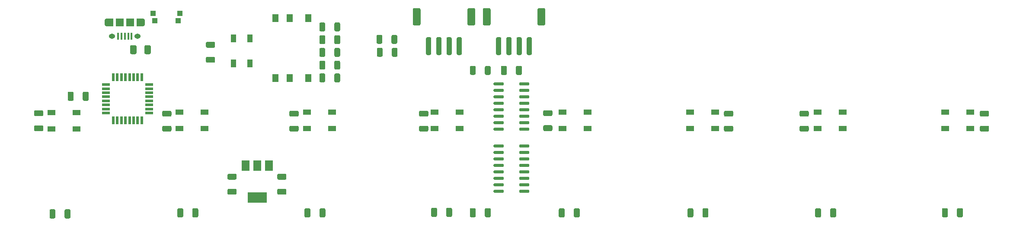
<source format=gbr>
%TF.GenerationSoftware,KiCad,Pcbnew,(5.1.9-0-10_14)*%
%TF.CreationDate,2021-11-27T16:04:38+01:00*%
%TF.ProjectId,SoundCore Knobs,536f756e-6443-46f7-9265-204b6e6f6273,rev?*%
%TF.SameCoordinates,Original*%
%TF.FileFunction,Paste,Top*%
%TF.FilePolarity,Positive*%
%FSLAX46Y46*%
G04 Gerber Fmt 4.6, Leading zero omitted, Abs format (unit mm)*
G04 Created by KiCad (PCBNEW (5.1.9-0-10_14)) date 2021-11-27 16:04:38*
%MOMM*%
%LPD*%
G01*
G04 APERTURE LIST*
%ADD10R,1.300000X1.600000*%
%ADD11R,1.000000X1.000000*%
%ADD12O,1.250000X0.950000*%
%ADD13R,1.200000X1.550000*%
%ADD14O,0.890000X1.550000*%
%ADD15R,1.500000X1.550000*%
%ADD16R,0.400000X1.350000*%
%ADD17R,1.500000X2.000000*%
%ADD18R,3.800000X2.000000*%
%ADD19R,1.500000X1.000000*%
%ADD20R,1.600000X0.550000*%
%ADD21R,0.550000X1.600000*%
%ADD22R,1.000000X1.500000*%
G04 APERTURE END LIST*
%TO.C,R4*%
G36*
G01*
X164680000Y-68453001D02*
X164680000Y-67202999D01*
G75*
G02*
X164929999Y-66953000I249999J0D01*
G01*
X165555001Y-66953000D01*
G75*
G02*
X165805000Y-67202999I0J-249999D01*
G01*
X165805000Y-68453001D01*
G75*
G02*
X165555001Y-68703000I-249999J0D01*
G01*
X164929999Y-68703000D01*
G75*
G02*
X164680000Y-68453001I0J249999D01*
G01*
G37*
G36*
G01*
X161755000Y-68453001D02*
X161755000Y-67202999D01*
G75*
G02*
X162004999Y-66953000I249999J0D01*
G01*
X162630001Y-66953000D01*
G75*
G02*
X162880000Y-67202999I0J-249999D01*
G01*
X162880000Y-68453001D01*
G75*
G02*
X162630001Y-68703000I-249999J0D01*
G01*
X162004999Y-68703000D01*
G75*
G02*
X161755000Y-68453001I0J249999D01*
G01*
G37*
%TD*%
%TO.C,U1*%
G36*
G01*
X171376000Y-70645000D02*
X171376000Y-70345000D01*
G75*
G02*
X171526000Y-70195000I150000J0D01*
G01*
X173226000Y-70195000D01*
G75*
G02*
X173376000Y-70345000I0J-150000D01*
G01*
X173376000Y-70645000D01*
G75*
G02*
X173226000Y-70795000I-150000J0D01*
G01*
X171526000Y-70795000D01*
G75*
G02*
X171376000Y-70645000I0J150000D01*
G01*
G37*
G36*
G01*
X171376000Y-71915000D02*
X171376000Y-71615000D01*
G75*
G02*
X171526000Y-71465000I150000J0D01*
G01*
X173226000Y-71465000D01*
G75*
G02*
X173376000Y-71615000I0J-150000D01*
G01*
X173376000Y-71915000D01*
G75*
G02*
X173226000Y-72065000I-150000J0D01*
G01*
X171526000Y-72065000D01*
G75*
G02*
X171376000Y-71915000I0J150000D01*
G01*
G37*
G36*
G01*
X171376000Y-73185000D02*
X171376000Y-72885000D01*
G75*
G02*
X171526000Y-72735000I150000J0D01*
G01*
X173226000Y-72735000D01*
G75*
G02*
X173376000Y-72885000I0J-150000D01*
G01*
X173376000Y-73185000D01*
G75*
G02*
X173226000Y-73335000I-150000J0D01*
G01*
X171526000Y-73335000D01*
G75*
G02*
X171376000Y-73185000I0J150000D01*
G01*
G37*
G36*
G01*
X171376000Y-74455000D02*
X171376000Y-74155000D01*
G75*
G02*
X171526000Y-74005000I150000J0D01*
G01*
X173226000Y-74005000D01*
G75*
G02*
X173376000Y-74155000I0J-150000D01*
G01*
X173376000Y-74455000D01*
G75*
G02*
X173226000Y-74605000I-150000J0D01*
G01*
X171526000Y-74605000D01*
G75*
G02*
X171376000Y-74455000I0J150000D01*
G01*
G37*
G36*
G01*
X171376000Y-75725000D02*
X171376000Y-75425000D01*
G75*
G02*
X171526000Y-75275000I150000J0D01*
G01*
X173226000Y-75275000D01*
G75*
G02*
X173376000Y-75425000I0J-150000D01*
G01*
X173376000Y-75725000D01*
G75*
G02*
X173226000Y-75875000I-150000J0D01*
G01*
X171526000Y-75875000D01*
G75*
G02*
X171376000Y-75725000I0J150000D01*
G01*
G37*
G36*
G01*
X171376000Y-76995000D02*
X171376000Y-76695000D01*
G75*
G02*
X171526000Y-76545000I150000J0D01*
G01*
X173226000Y-76545000D01*
G75*
G02*
X173376000Y-76695000I0J-150000D01*
G01*
X173376000Y-76995000D01*
G75*
G02*
X173226000Y-77145000I-150000J0D01*
G01*
X171526000Y-77145000D01*
G75*
G02*
X171376000Y-76995000I0J150000D01*
G01*
G37*
G36*
G01*
X171376000Y-78265000D02*
X171376000Y-77965000D01*
G75*
G02*
X171526000Y-77815000I150000J0D01*
G01*
X173226000Y-77815000D01*
G75*
G02*
X173376000Y-77965000I0J-150000D01*
G01*
X173376000Y-78265000D01*
G75*
G02*
X173226000Y-78415000I-150000J0D01*
G01*
X171526000Y-78415000D01*
G75*
G02*
X171376000Y-78265000I0J150000D01*
G01*
G37*
G36*
G01*
X171376000Y-79535000D02*
X171376000Y-79235000D01*
G75*
G02*
X171526000Y-79085000I150000J0D01*
G01*
X173226000Y-79085000D01*
G75*
G02*
X173376000Y-79235000I0J-150000D01*
G01*
X173376000Y-79535000D01*
G75*
G02*
X173226000Y-79685000I-150000J0D01*
G01*
X171526000Y-79685000D01*
G75*
G02*
X171376000Y-79535000I0J150000D01*
G01*
G37*
G36*
G01*
X166376000Y-79535000D02*
X166376000Y-79235000D01*
G75*
G02*
X166526000Y-79085000I150000J0D01*
G01*
X168226000Y-79085000D01*
G75*
G02*
X168376000Y-79235000I0J-150000D01*
G01*
X168376000Y-79535000D01*
G75*
G02*
X168226000Y-79685000I-150000J0D01*
G01*
X166526000Y-79685000D01*
G75*
G02*
X166376000Y-79535000I0J150000D01*
G01*
G37*
G36*
G01*
X166376000Y-78265000D02*
X166376000Y-77965000D01*
G75*
G02*
X166526000Y-77815000I150000J0D01*
G01*
X168226000Y-77815000D01*
G75*
G02*
X168376000Y-77965000I0J-150000D01*
G01*
X168376000Y-78265000D01*
G75*
G02*
X168226000Y-78415000I-150000J0D01*
G01*
X166526000Y-78415000D01*
G75*
G02*
X166376000Y-78265000I0J150000D01*
G01*
G37*
G36*
G01*
X166376000Y-76995000D02*
X166376000Y-76695000D01*
G75*
G02*
X166526000Y-76545000I150000J0D01*
G01*
X168226000Y-76545000D01*
G75*
G02*
X168376000Y-76695000I0J-150000D01*
G01*
X168376000Y-76995000D01*
G75*
G02*
X168226000Y-77145000I-150000J0D01*
G01*
X166526000Y-77145000D01*
G75*
G02*
X166376000Y-76995000I0J150000D01*
G01*
G37*
G36*
G01*
X166376000Y-75725000D02*
X166376000Y-75425000D01*
G75*
G02*
X166526000Y-75275000I150000J0D01*
G01*
X168226000Y-75275000D01*
G75*
G02*
X168376000Y-75425000I0J-150000D01*
G01*
X168376000Y-75725000D01*
G75*
G02*
X168226000Y-75875000I-150000J0D01*
G01*
X166526000Y-75875000D01*
G75*
G02*
X166376000Y-75725000I0J150000D01*
G01*
G37*
G36*
G01*
X166376000Y-74455000D02*
X166376000Y-74155000D01*
G75*
G02*
X166526000Y-74005000I150000J0D01*
G01*
X168226000Y-74005000D01*
G75*
G02*
X168376000Y-74155000I0J-150000D01*
G01*
X168376000Y-74455000D01*
G75*
G02*
X168226000Y-74605000I-150000J0D01*
G01*
X166526000Y-74605000D01*
G75*
G02*
X166376000Y-74455000I0J150000D01*
G01*
G37*
G36*
G01*
X166376000Y-73185000D02*
X166376000Y-72885000D01*
G75*
G02*
X166526000Y-72735000I150000J0D01*
G01*
X168226000Y-72735000D01*
G75*
G02*
X168376000Y-72885000I0J-150000D01*
G01*
X168376000Y-73185000D01*
G75*
G02*
X168226000Y-73335000I-150000J0D01*
G01*
X166526000Y-73335000D01*
G75*
G02*
X166376000Y-73185000I0J150000D01*
G01*
G37*
G36*
G01*
X166376000Y-71915000D02*
X166376000Y-71615000D01*
G75*
G02*
X166526000Y-71465000I150000J0D01*
G01*
X168226000Y-71465000D01*
G75*
G02*
X168376000Y-71615000I0J-150000D01*
G01*
X168376000Y-71915000D01*
G75*
G02*
X168226000Y-72065000I-150000J0D01*
G01*
X166526000Y-72065000D01*
G75*
G02*
X166376000Y-71915000I0J150000D01*
G01*
G37*
G36*
G01*
X166376000Y-70645000D02*
X166376000Y-70345000D01*
G75*
G02*
X166526000Y-70195000I150000J0D01*
G01*
X168226000Y-70195000D01*
G75*
G02*
X168376000Y-70345000I0J-150000D01*
G01*
X168376000Y-70645000D01*
G75*
G02*
X168226000Y-70795000I-150000J0D01*
G01*
X166526000Y-70795000D01*
G75*
G02*
X166376000Y-70645000I0J150000D01*
G01*
G37*
%TD*%
%TO.C,C2*%
G36*
G01*
X168976000Y-67177999D02*
X168976000Y-68478001D01*
G75*
G02*
X168726001Y-68728000I-249999J0D01*
G01*
X168075999Y-68728000D01*
G75*
G02*
X167826000Y-68478001I0J249999D01*
G01*
X167826000Y-67177999D01*
G75*
G02*
X168075999Y-66928000I249999J0D01*
G01*
X168726001Y-66928000D01*
G75*
G02*
X168976000Y-67177999I0J-249999D01*
G01*
G37*
G36*
G01*
X171926000Y-67177999D02*
X171926000Y-68478001D01*
G75*
G02*
X171676001Y-68728000I-249999J0D01*
G01*
X171025999Y-68728000D01*
G75*
G02*
X170776000Y-68478001I0J249999D01*
G01*
X170776000Y-67177999D01*
G75*
G02*
X171025999Y-66928000I249999J0D01*
G01*
X171676001Y-66928000D01*
G75*
G02*
X171926000Y-67177999I0J-249999D01*
G01*
G37*
%TD*%
%TO.C,C1*%
G36*
G01*
X111598001Y-63372000D02*
X110297999Y-63372000D01*
G75*
G02*
X110048000Y-63122001I0J249999D01*
G01*
X110048000Y-62471999D01*
G75*
G02*
X110297999Y-62222000I249999J0D01*
G01*
X111598001Y-62222000D01*
G75*
G02*
X111848000Y-62471999I0J-249999D01*
G01*
X111848000Y-63122001D01*
G75*
G02*
X111598001Y-63372000I-249999J0D01*
G01*
G37*
G36*
G01*
X111598001Y-66322000D02*
X110297999Y-66322000D01*
G75*
G02*
X110048000Y-66072001I0J249999D01*
G01*
X110048000Y-65421999D01*
G75*
G02*
X110297999Y-65172000I249999J0D01*
G01*
X111598001Y-65172000D01*
G75*
G02*
X111848000Y-65421999I0J-249999D01*
G01*
X111848000Y-66072001D01*
G75*
G02*
X111598001Y-66322000I-249999J0D01*
G01*
G37*
%TD*%
%TO.C,J4*%
G36*
G01*
X165784000Y-55858000D02*
X165784000Y-58758000D01*
G75*
G02*
X165534000Y-59008000I-250000J0D01*
G01*
X164534000Y-59008000D01*
G75*
G02*
X164284000Y-58758000I0J250000D01*
G01*
X164284000Y-55858000D01*
G75*
G02*
X164534000Y-55608000I250000J0D01*
G01*
X165534000Y-55608000D01*
G75*
G02*
X165784000Y-55858000I0J-250000D01*
G01*
G37*
G36*
G01*
X176484000Y-55858000D02*
X176484000Y-58758000D01*
G75*
G02*
X176234000Y-59008000I-250000J0D01*
G01*
X175234000Y-59008000D01*
G75*
G02*
X174984000Y-58758000I0J250000D01*
G01*
X174984000Y-55858000D01*
G75*
G02*
X175234000Y-55608000I250000J0D01*
G01*
X176234000Y-55608000D01*
G75*
G02*
X176484000Y-55858000I0J-250000D01*
G01*
G37*
G36*
G01*
X167884000Y-61558000D02*
X167884000Y-64558000D01*
G75*
G02*
X167634000Y-64808000I-250000J0D01*
G01*
X167134000Y-64808000D01*
G75*
G02*
X166884000Y-64558000I0J250000D01*
G01*
X166884000Y-61558000D01*
G75*
G02*
X167134000Y-61308000I250000J0D01*
G01*
X167634000Y-61308000D01*
G75*
G02*
X167884000Y-61558000I0J-250000D01*
G01*
G37*
G36*
G01*
X169884000Y-61558000D02*
X169884000Y-64558000D01*
G75*
G02*
X169634000Y-64808000I-250000J0D01*
G01*
X169134000Y-64808000D01*
G75*
G02*
X168884000Y-64558000I0J250000D01*
G01*
X168884000Y-61558000D01*
G75*
G02*
X169134000Y-61308000I250000J0D01*
G01*
X169634000Y-61308000D01*
G75*
G02*
X169884000Y-61558000I0J-250000D01*
G01*
G37*
G36*
G01*
X171884000Y-61558000D02*
X171884000Y-64558000D01*
G75*
G02*
X171634000Y-64808000I-250000J0D01*
G01*
X171134000Y-64808000D01*
G75*
G02*
X170884000Y-64558000I0J250000D01*
G01*
X170884000Y-61558000D01*
G75*
G02*
X171134000Y-61308000I250000J0D01*
G01*
X171634000Y-61308000D01*
G75*
G02*
X171884000Y-61558000I0J-250000D01*
G01*
G37*
G36*
G01*
X173884000Y-61558000D02*
X173884000Y-64558000D01*
G75*
G02*
X173634000Y-64808000I-250000J0D01*
G01*
X173134000Y-64808000D01*
G75*
G02*
X172884000Y-64558000I0J250000D01*
G01*
X172884000Y-61558000D01*
G75*
G02*
X173134000Y-61308000I250000J0D01*
G01*
X173634000Y-61308000D01*
G75*
G02*
X173884000Y-61558000I0J-250000D01*
G01*
G37*
%TD*%
D10*
%TO.C,U10*%
X130124000Y-57536000D03*
X126424000Y-57536000D03*
X123624000Y-57536000D03*
X130124000Y-69336000D03*
X126424000Y-69336000D03*
X123624000Y-69336000D03*
%TD*%
%TO.C,R12*%
G36*
G01*
X135200000Y-59925001D02*
X135200000Y-58674999D01*
G75*
G02*
X135449999Y-58425000I249999J0D01*
G01*
X136075001Y-58425000D01*
G75*
G02*
X136325000Y-58674999I0J-249999D01*
G01*
X136325000Y-59925001D01*
G75*
G02*
X136075001Y-60175000I-249999J0D01*
G01*
X135449999Y-60175000D01*
G75*
G02*
X135200000Y-59925001I0J249999D01*
G01*
G37*
G36*
G01*
X132275000Y-59925001D02*
X132275000Y-58674999D01*
G75*
G02*
X132524999Y-58425000I249999J0D01*
G01*
X133150001Y-58425000D01*
G75*
G02*
X133400000Y-58674999I0J-249999D01*
G01*
X133400000Y-59925001D01*
G75*
G02*
X133150001Y-60175000I-249999J0D01*
G01*
X132524999Y-60175000D01*
G75*
G02*
X132275000Y-59925001I0J249999D01*
G01*
G37*
%TD*%
%TO.C,R11*%
G36*
G01*
X133400000Y-61174999D02*
X133400000Y-62425001D01*
G75*
G02*
X133150001Y-62675000I-249999J0D01*
G01*
X132524999Y-62675000D01*
G75*
G02*
X132275000Y-62425001I0J249999D01*
G01*
X132275000Y-61174999D01*
G75*
G02*
X132524999Y-60925000I249999J0D01*
G01*
X133150001Y-60925000D01*
G75*
G02*
X133400000Y-61174999I0J-249999D01*
G01*
G37*
G36*
G01*
X136325000Y-61174999D02*
X136325000Y-62425001D01*
G75*
G02*
X136075001Y-62675000I-249999J0D01*
G01*
X135449999Y-62675000D01*
G75*
G02*
X135200000Y-62425001I0J249999D01*
G01*
X135200000Y-61174999D01*
G75*
G02*
X135449999Y-60925000I249999J0D01*
G01*
X136075001Y-60925000D01*
G75*
G02*
X136325000Y-61174999I0J-249999D01*
G01*
G37*
%TD*%
%TO.C,R10*%
G36*
G01*
X133400000Y-63674999D02*
X133400000Y-64925001D01*
G75*
G02*
X133150001Y-65175000I-249999J0D01*
G01*
X132524999Y-65175000D01*
G75*
G02*
X132275000Y-64925001I0J249999D01*
G01*
X132275000Y-63674999D01*
G75*
G02*
X132524999Y-63425000I249999J0D01*
G01*
X133150001Y-63425000D01*
G75*
G02*
X133400000Y-63674999I0J-249999D01*
G01*
G37*
G36*
G01*
X136325000Y-63674999D02*
X136325000Y-64925001D01*
G75*
G02*
X136075001Y-65175000I-249999J0D01*
G01*
X135449999Y-65175000D01*
G75*
G02*
X135200000Y-64925001I0J249999D01*
G01*
X135200000Y-63674999D01*
G75*
G02*
X135449999Y-63425000I249999J0D01*
G01*
X136075001Y-63425000D01*
G75*
G02*
X136325000Y-63674999I0J-249999D01*
G01*
G37*
%TD*%
%TO.C,R9*%
G36*
G01*
X133400000Y-66174999D02*
X133400000Y-67425001D01*
G75*
G02*
X133150001Y-67675000I-249999J0D01*
G01*
X132524999Y-67675000D01*
G75*
G02*
X132275000Y-67425001I0J249999D01*
G01*
X132275000Y-66174999D01*
G75*
G02*
X132524999Y-65925000I249999J0D01*
G01*
X133150001Y-65925000D01*
G75*
G02*
X133400000Y-66174999I0J-249999D01*
G01*
G37*
G36*
G01*
X136325000Y-66174999D02*
X136325000Y-67425001D01*
G75*
G02*
X136075001Y-67675000I-249999J0D01*
G01*
X135449999Y-67675000D01*
G75*
G02*
X135200000Y-67425001I0J249999D01*
G01*
X135200000Y-66174999D01*
G75*
G02*
X135449999Y-65925000I249999J0D01*
G01*
X136075001Y-65925000D01*
G75*
G02*
X136325000Y-66174999I0J-249999D01*
G01*
G37*
%TD*%
%TO.C,R8*%
G36*
G01*
X133400000Y-68674999D02*
X133400000Y-69925001D01*
G75*
G02*
X133150001Y-70175000I-249999J0D01*
G01*
X132524999Y-70175000D01*
G75*
G02*
X132275000Y-69925001I0J249999D01*
G01*
X132275000Y-68674999D01*
G75*
G02*
X132524999Y-68425000I249999J0D01*
G01*
X133150001Y-68425000D01*
G75*
G02*
X133400000Y-68674999I0J-249999D01*
G01*
G37*
G36*
G01*
X136325000Y-68674999D02*
X136325000Y-69925001D01*
G75*
G02*
X136075001Y-70175000I-249999J0D01*
G01*
X135449999Y-70175000D01*
G75*
G02*
X135200000Y-69925001I0J249999D01*
G01*
X135200000Y-68674999D01*
G75*
G02*
X135449999Y-68425000I249999J0D01*
G01*
X136075001Y-68425000D01*
G75*
G02*
X136325000Y-68674999I0J-249999D01*
G01*
G37*
%TD*%
D11*
%TO.C,SW1*%
X99712000Y-56668000D03*
X100012000Y-58068000D03*
X104912000Y-56668000D03*
X104612000Y-58068000D03*
%TD*%
%TO.C,J7*%
G36*
G01*
X152068000Y-55858000D02*
X152068000Y-58758000D01*
G75*
G02*
X151818000Y-59008000I-250000J0D01*
G01*
X150818000Y-59008000D01*
G75*
G02*
X150568000Y-58758000I0J250000D01*
G01*
X150568000Y-55858000D01*
G75*
G02*
X150818000Y-55608000I250000J0D01*
G01*
X151818000Y-55608000D01*
G75*
G02*
X152068000Y-55858000I0J-250000D01*
G01*
G37*
G36*
G01*
X162768000Y-55858000D02*
X162768000Y-58758000D01*
G75*
G02*
X162518000Y-59008000I-250000J0D01*
G01*
X161518000Y-59008000D01*
G75*
G02*
X161268000Y-58758000I0J250000D01*
G01*
X161268000Y-55858000D01*
G75*
G02*
X161518000Y-55608000I250000J0D01*
G01*
X162518000Y-55608000D01*
G75*
G02*
X162768000Y-55858000I0J-250000D01*
G01*
G37*
G36*
G01*
X154168000Y-61558000D02*
X154168000Y-64558000D01*
G75*
G02*
X153918000Y-64808000I-250000J0D01*
G01*
X153418000Y-64808000D01*
G75*
G02*
X153168000Y-64558000I0J250000D01*
G01*
X153168000Y-61558000D01*
G75*
G02*
X153418000Y-61308000I250000J0D01*
G01*
X153918000Y-61308000D01*
G75*
G02*
X154168000Y-61558000I0J-250000D01*
G01*
G37*
G36*
G01*
X156168000Y-61558000D02*
X156168000Y-64558000D01*
G75*
G02*
X155918000Y-64808000I-250000J0D01*
G01*
X155418000Y-64808000D01*
G75*
G02*
X155168000Y-64558000I0J250000D01*
G01*
X155168000Y-61558000D01*
G75*
G02*
X155418000Y-61308000I250000J0D01*
G01*
X155918000Y-61308000D01*
G75*
G02*
X156168000Y-61558000I0J-250000D01*
G01*
G37*
G36*
G01*
X158168000Y-61558000D02*
X158168000Y-64558000D01*
G75*
G02*
X157918000Y-64808000I-250000J0D01*
G01*
X157418000Y-64808000D01*
G75*
G02*
X157168000Y-64558000I0J250000D01*
G01*
X157168000Y-61558000D01*
G75*
G02*
X157418000Y-61308000I250000J0D01*
G01*
X157918000Y-61308000D01*
G75*
G02*
X158168000Y-61558000I0J-250000D01*
G01*
G37*
G36*
G01*
X160168000Y-61558000D02*
X160168000Y-64558000D01*
G75*
G02*
X159918000Y-64808000I-250000J0D01*
G01*
X159418000Y-64808000D01*
G75*
G02*
X159168000Y-64558000I0J250000D01*
G01*
X159168000Y-61558000D01*
G75*
G02*
X159418000Y-61308000I250000J0D01*
G01*
X159918000Y-61308000D01*
G75*
G02*
X160168000Y-61558000I0J-250000D01*
G01*
G37*
%TD*%
D12*
%TO.C,J3*%
X91684000Y-61100000D03*
X96684000Y-61100000D03*
D13*
X91284000Y-58400000D03*
X97084000Y-58400000D03*
D14*
X90684000Y-58400000D03*
D15*
X93184000Y-58400000D03*
X95184000Y-58400000D03*
D14*
X97684000Y-58400000D03*
D16*
X92884000Y-61100000D03*
X93534000Y-61100000D03*
X94184000Y-61100000D03*
X94834000Y-61100000D03*
X95484000Y-61100000D03*
%TD*%
%TO.C,R6*%
G36*
G01*
X144654000Y-63646999D02*
X144654000Y-64897001D01*
G75*
G02*
X144404001Y-65147000I-249999J0D01*
G01*
X143778999Y-65147000D01*
G75*
G02*
X143529000Y-64897001I0J249999D01*
G01*
X143529000Y-63646999D01*
G75*
G02*
X143778999Y-63397000I249999J0D01*
G01*
X144404001Y-63397000D01*
G75*
G02*
X144654000Y-63646999I0J-249999D01*
G01*
G37*
G36*
G01*
X147579000Y-63646999D02*
X147579000Y-64897001D01*
G75*
G02*
X147329001Y-65147000I-249999J0D01*
G01*
X146703999Y-65147000D01*
G75*
G02*
X146454000Y-64897001I0J249999D01*
G01*
X146454000Y-63646999D01*
G75*
G02*
X146703999Y-63397000I249999J0D01*
G01*
X147329001Y-63397000D01*
G75*
G02*
X147579000Y-63646999I0J-249999D01*
G01*
G37*
%TD*%
%TO.C,R5*%
G36*
G01*
X144592000Y-61106999D02*
X144592000Y-62357001D01*
G75*
G02*
X144342001Y-62607000I-249999J0D01*
G01*
X143716999Y-62607000D01*
G75*
G02*
X143467000Y-62357001I0J249999D01*
G01*
X143467000Y-61106999D01*
G75*
G02*
X143716999Y-60857000I249999J0D01*
G01*
X144342001Y-60857000D01*
G75*
G02*
X144592000Y-61106999I0J-249999D01*
G01*
G37*
G36*
G01*
X147517000Y-61106999D02*
X147517000Y-62357001D01*
G75*
G02*
X147267001Y-62607000I-249999J0D01*
G01*
X146641999Y-62607000D01*
G75*
G02*
X146392000Y-62357001I0J249999D01*
G01*
X146392000Y-61106999D01*
G75*
G02*
X146641999Y-60857000I249999J0D01*
G01*
X147267001Y-60857000D01*
G75*
G02*
X147517000Y-61106999I0J-249999D01*
G01*
G37*
%TD*%
D17*
%TO.C,U3*%
X122392000Y-86522000D03*
X117792000Y-86522000D03*
X120092000Y-86522000D03*
D18*
X120092000Y-92822000D03*
%TD*%
%TO.C,C23*%
G36*
G01*
X261849999Y-78700000D02*
X263150001Y-78700000D01*
G75*
G02*
X263400000Y-78949999I0J-249999D01*
G01*
X263400000Y-79600001D01*
G75*
G02*
X263150001Y-79850000I-249999J0D01*
G01*
X261849999Y-79850000D01*
G75*
G02*
X261600000Y-79600001I0J249999D01*
G01*
X261600000Y-78949999D01*
G75*
G02*
X261849999Y-78700000I249999J0D01*
G01*
G37*
G36*
G01*
X261849999Y-75750000D02*
X263150001Y-75750000D01*
G75*
G02*
X263400000Y-75999999I0J-249999D01*
G01*
X263400000Y-76650001D01*
G75*
G02*
X263150001Y-76900000I-249999J0D01*
G01*
X261849999Y-76900000D01*
G75*
G02*
X261600000Y-76650001I0J249999D01*
G01*
X261600000Y-75999999D01*
G75*
G02*
X261849999Y-75750000I249999J0D01*
G01*
G37*
%TD*%
%TO.C,C22*%
G36*
G01*
X226549999Y-78700000D02*
X227850001Y-78700000D01*
G75*
G02*
X228100000Y-78949999I0J-249999D01*
G01*
X228100000Y-79600001D01*
G75*
G02*
X227850001Y-79850000I-249999J0D01*
G01*
X226549999Y-79850000D01*
G75*
G02*
X226300000Y-79600001I0J249999D01*
G01*
X226300000Y-78949999D01*
G75*
G02*
X226549999Y-78700000I249999J0D01*
G01*
G37*
G36*
G01*
X226549999Y-75750000D02*
X227850001Y-75750000D01*
G75*
G02*
X228100000Y-75999999I0J-249999D01*
G01*
X228100000Y-76650001D01*
G75*
G02*
X227850001Y-76900000I-249999J0D01*
G01*
X226549999Y-76900000D01*
G75*
G02*
X226300000Y-76650001I0J249999D01*
G01*
X226300000Y-75999999D01*
G75*
G02*
X226549999Y-75750000I249999J0D01*
G01*
G37*
%TD*%
%TO.C,C21*%
G36*
G01*
X211749999Y-78700000D02*
X213050001Y-78700000D01*
G75*
G02*
X213300000Y-78949999I0J-249999D01*
G01*
X213300000Y-79600001D01*
G75*
G02*
X213050001Y-79850000I-249999J0D01*
G01*
X211749999Y-79850000D01*
G75*
G02*
X211500000Y-79600001I0J249999D01*
G01*
X211500000Y-78949999D01*
G75*
G02*
X211749999Y-78700000I249999J0D01*
G01*
G37*
G36*
G01*
X211749999Y-75750000D02*
X213050001Y-75750000D01*
G75*
G02*
X213300000Y-75999999I0J-249999D01*
G01*
X213300000Y-76650001D01*
G75*
G02*
X213050001Y-76900000I-249999J0D01*
G01*
X211749999Y-76900000D01*
G75*
G02*
X211500000Y-76650001I0J249999D01*
G01*
X211500000Y-75999999D01*
G75*
G02*
X211749999Y-75750000I249999J0D01*
G01*
G37*
%TD*%
%TO.C,C20*%
G36*
G01*
X176349999Y-78600000D02*
X177650001Y-78600000D01*
G75*
G02*
X177900000Y-78849999I0J-249999D01*
G01*
X177900000Y-79500001D01*
G75*
G02*
X177650001Y-79750000I-249999J0D01*
G01*
X176349999Y-79750000D01*
G75*
G02*
X176100000Y-79500001I0J249999D01*
G01*
X176100000Y-78849999D01*
G75*
G02*
X176349999Y-78600000I249999J0D01*
G01*
G37*
G36*
G01*
X176349999Y-75650000D02*
X177650001Y-75650000D01*
G75*
G02*
X177900000Y-75899999I0J-249999D01*
G01*
X177900000Y-76550001D01*
G75*
G02*
X177650001Y-76800000I-249999J0D01*
G01*
X176349999Y-76800000D01*
G75*
G02*
X176100000Y-76550001I0J249999D01*
G01*
X176100000Y-75899999D01*
G75*
G02*
X176349999Y-75650000I249999J0D01*
G01*
G37*
%TD*%
%TO.C,C19*%
G36*
G01*
X152049999Y-78700000D02*
X153350001Y-78700000D01*
G75*
G02*
X153600000Y-78949999I0J-249999D01*
G01*
X153600000Y-79600001D01*
G75*
G02*
X153350001Y-79850000I-249999J0D01*
G01*
X152049999Y-79850000D01*
G75*
G02*
X151800000Y-79600001I0J249999D01*
G01*
X151800000Y-78949999D01*
G75*
G02*
X152049999Y-78700000I249999J0D01*
G01*
G37*
G36*
G01*
X152049999Y-75750000D02*
X153350001Y-75750000D01*
G75*
G02*
X153600000Y-75999999I0J-249999D01*
G01*
X153600000Y-76650001D01*
G75*
G02*
X153350001Y-76900000I-249999J0D01*
G01*
X152049999Y-76900000D01*
G75*
G02*
X151800000Y-76650001I0J249999D01*
G01*
X151800000Y-75999999D01*
G75*
G02*
X152049999Y-75750000I249999J0D01*
G01*
G37*
%TD*%
%TO.C,C18*%
G36*
G01*
X126649999Y-78700000D02*
X127950001Y-78700000D01*
G75*
G02*
X128200000Y-78949999I0J-249999D01*
G01*
X128200000Y-79600001D01*
G75*
G02*
X127950001Y-79850000I-249999J0D01*
G01*
X126649999Y-79850000D01*
G75*
G02*
X126400000Y-79600001I0J249999D01*
G01*
X126400000Y-78949999D01*
G75*
G02*
X126649999Y-78700000I249999J0D01*
G01*
G37*
G36*
G01*
X126649999Y-75750000D02*
X127950001Y-75750000D01*
G75*
G02*
X128200000Y-75999999I0J-249999D01*
G01*
X128200000Y-76650001D01*
G75*
G02*
X127950001Y-76900000I-249999J0D01*
G01*
X126649999Y-76900000D01*
G75*
G02*
X126400000Y-76650001I0J249999D01*
G01*
X126400000Y-75999999D01*
G75*
G02*
X126649999Y-75750000I249999J0D01*
G01*
G37*
%TD*%
%TO.C,C17*%
G36*
G01*
X101749999Y-78700000D02*
X103050001Y-78700000D01*
G75*
G02*
X103300000Y-78949999I0J-249999D01*
G01*
X103300000Y-79600001D01*
G75*
G02*
X103050001Y-79850000I-249999J0D01*
G01*
X101749999Y-79850000D01*
G75*
G02*
X101500000Y-79600001I0J249999D01*
G01*
X101500000Y-78949999D01*
G75*
G02*
X101749999Y-78700000I249999J0D01*
G01*
G37*
G36*
G01*
X101749999Y-75750000D02*
X103050001Y-75750000D01*
G75*
G02*
X103300000Y-75999999I0J-249999D01*
G01*
X103300000Y-76650001D01*
G75*
G02*
X103050001Y-76900000I-249999J0D01*
G01*
X101749999Y-76900000D01*
G75*
G02*
X101500000Y-76650001I0J249999D01*
G01*
X101500000Y-75999999D01*
G75*
G02*
X101749999Y-75750000I249999J0D01*
G01*
G37*
%TD*%
%TO.C,C16*%
G36*
G01*
X76649999Y-78625000D02*
X77950001Y-78625000D01*
G75*
G02*
X78200000Y-78874999I0J-249999D01*
G01*
X78200000Y-79525001D01*
G75*
G02*
X77950001Y-79775000I-249999J0D01*
G01*
X76649999Y-79775000D01*
G75*
G02*
X76400000Y-79525001I0J249999D01*
G01*
X76400000Y-78874999D01*
G75*
G02*
X76649999Y-78625000I249999J0D01*
G01*
G37*
G36*
G01*
X76649999Y-75675000D02*
X77950001Y-75675000D01*
G75*
G02*
X78200000Y-75924999I0J-249999D01*
G01*
X78200000Y-76575001D01*
G75*
G02*
X77950001Y-76825000I-249999J0D01*
G01*
X76649999Y-76825000D01*
G75*
G02*
X76400000Y-76575001I0J249999D01*
G01*
X76400000Y-75924999D01*
G75*
G02*
X76649999Y-75675000I249999J0D01*
G01*
G37*
%TD*%
%TO.C,C15*%
G36*
G01*
X257136000Y-96418001D02*
X257136000Y-95117999D01*
G75*
G02*
X257385999Y-94868000I249999J0D01*
G01*
X258036001Y-94868000D01*
G75*
G02*
X258286000Y-95117999I0J-249999D01*
G01*
X258286000Y-96418001D01*
G75*
G02*
X258036001Y-96668000I-249999J0D01*
G01*
X257385999Y-96668000D01*
G75*
G02*
X257136000Y-96418001I0J249999D01*
G01*
G37*
G36*
G01*
X254186000Y-96418001D02*
X254186000Y-95117999D01*
G75*
G02*
X254435999Y-94868000I249999J0D01*
G01*
X255086001Y-94868000D01*
G75*
G02*
X255336000Y-95117999I0J-249999D01*
G01*
X255336000Y-96418001D01*
G75*
G02*
X255086001Y-96668000I-249999J0D01*
G01*
X254435999Y-96668000D01*
G75*
G02*
X254186000Y-96418001I0J249999D01*
G01*
G37*
%TD*%
%TO.C,C14*%
G36*
G01*
X232300000Y-96450001D02*
X232300000Y-95149999D01*
G75*
G02*
X232549999Y-94900000I249999J0D01*
G01*
X233200001Y-94900000D01*
G75*
G02*
X233450000Y-95149999I0J-249999D01*
G01*
X233450000Y-96450001D01*
G75*
G02*
X233200001Y-96700000I-249999J0D01*
G01*
X232549999Y-96700000D01*
G75*
G02*
X232300000Y-96450001I0J249999D01*
G01*
G37*
G36*
G01*
X229350000Y-96450001D02*
X229350000Y-95149999D01*
G75*
G02*
X229599999Y-94900000I249999J0D01*
G01*
X230250001Y-94900000D01*
G75*
G02*
X230500000Y-95149999I0J-249999D01*
G01*
X230500000Y-96450001D01*
G75*
G02*
X230250001Y-96700000I-249999J0D01*
G01*
X229599999Y-96700000D01*
G75*
G02*
X229350000Y-96450001I0J249999D01*
G01*
G37*
%TD*%
%TO.C,C13*%
G36*
G01*
X207300000Y-96450001D02*
X207300000Y-95149999D01*
G75*
G02*
X207549999Y-94900000I249999J0D01*
G01*
X208200001Y-94900000D01*
G75*
G02*
X208450000Y-95149999I0J-249999D01*
G01*
X208450000Y-96450001D01*
G75*
G02*
X208200001Y-96700000I-249999J0D01*
G01*
X207549999Y-96700000D01*
G75*
G02*
X207300000Y-96450001I0J249999D01*
G01*
G37*
G36*
G01*
X204350000Y-96450001D02*
X204350000Y-95149999D01*
G75*
G02*
X204599999Y-94900000I249999J0D01*
G01*
X205250001Y-94900000D01*
G75*
G02*
X205500000Y-95149999I0J-249999D01*
G01*
X205500000Y-96450001D01*
G75*
G02*
X205250001Y-96700000I-249999J0D01*
G01*
X204599999Y-96700000D01*
G75*
G02*
X204350000Y-96450001I0J249999D01*
G01*
G37*
%TD*%
%TO.C,C12*%
G36*
G01*
X182100000Y-96450001D02*
X182100000Y-95149999D01*
G75*
G02*
X182349999Y-94900000I249999J0D01*
G01*
X183000001Y-94900000D01*
G75*
G02*
X183250000Y-95149999I0J-249999D01*
G01*
X183250000Y-96450001D01*
G75*
G02*
X183000001Y-96700000I-249999J0D01*
G01*
X182349999Y-96700000D01*
G75*
G02*
X182100000Y-96450001I0J249999D01*
G01*
G37*
G36*
G01*
X179150000Y-96450001D02*
X179150000Y-95149999D01*
G75*
G02*
X179399999Y-94900000I249999J0D01*
G01*
X180050001Y-94900000D01*
G75*
G02*
X180300000Y-95149999I0J-249999D01*
G01*
X180300000Y-96450001D01*
G75*
G02*
X180050001Y-96700000I-249999J0D01*
G01*
X179399999Y-96700000D01*
G75*
G02*
X179150000Y-96450001I0J249999D01*
G01*
G37*
%TD*%
%TO.C,C11*%
G36*
G01*
X157100000Y-96350001D02*
X157100000Y-95049999D01*
G75*
G02*
X157349999Y-94800000I249999J0D01*
G01*
X158000001Y-94800000D01*
G75*
G02*
X158250000Y-95049999I0J-249999D01*
G01*
X158250000Y-96350001D01*
G75*
G02*
X158000001Y-96600000I-249999J0D01*
G01*
X157349999Y-96600000D01*
G75*
G02*
X157100000Y-96350001I0J249999D01*
G01*
G37*
G36*
G01*
X154150000Y-96350001D02*
X154150000Y-95049999D01*
G75*
G02*
X154399999Y-94800000I249999J0D01*
G01*
X155050001Y-94800000D01*
G75*
G02*
X155300000Y-95049999I0J-249999D01*
G01*
X155300000Y-96350001D01*
G75*
G02*
X155050001Y-96600000I-249999J0D01*
G01*
X154399999Y-96600000D01*
G75*
G02*
X154150000Y-96350001I0J249999D01*
G01*
G37*
%TD*%
%TO.C,C10*%
G36*
G01*
X132300000Y-96450001D02*
X132300000Y-95149999D01*
G75*
G02*
X132549999Y-94900000I249999J0D01*
G01*
X133200001Y-94900000D01*
G75*
G02*
X133450000Y-95149999I0J-249999D01*
G01*
X133450000Y-96450001D01*
G75*
G02*
X133200001Y-96700000I-249999J0D01*
G01*
X132549999Y-96700000D01*
G75*
G02*
X132300000Y-96450001I0J249999D01*
G01*
G37*
G36*
G01*
X129350000Y-96450001D02*
X129350000Y-95149999D01*
G75*
G02*
X129599999Y-94900000I249999J0D01*
G01*
X130250001Y-94900000D01*
G75*
G02*
X130500000Y-95149999I0J-249999D01*
G01*
X130500000Y-96450001D01*
G75*
G02*
X130250001Y-96700000I-249999J0D01*
G01*
X129599999Y-96700000D01*
G75*
G02*
X129350000Y-96450001I0J249999D01*
G01*
G37*
%TD*%
%TO.C,C9*%
G36*
G01*
X107400000Y-96450001D02*
X107400000Y-95149999D01*
G75*
G02*
X107649999Y-94900000I249999J0D01*
G01*
X108300001Y-94900000D01*
G75*
G02*
X108550000Y-95149999I0J-249999D01*
G01*
X108550000Y-96450001D01*
G75*
G02*
X108300001Y-96700000I-249999J0D01*
G01*
X107649999Y-96700000D01*
G75*
G02*
X107400000Y-96450001I0J249999D01*
G01*
G37*
G36*
G01*
X104450000Y-96450001D02*
X104450000Y-95149999D01*
G75*
G02*
X104699999Y-94900000I249999J0D01*
G01*
X105350001Y-94900000D01*
G75*
G02*
X105600000Y-95149999I0J-249999D01*
G01*
X105600000Y-96450001D01*
G75*
G02*
X105350001Y-96700000I-249999J0D01*
G01*
X104699999Y-96700000D01*
G75*
G02*
X104450000Y-96450001I0J249999D01*
G01*
G37*
%TD*%
%TO.C,C8*%
G36*
G01*
X82384000Y-96650001D02*
X82384000Y-95349999D01*
G75*
G02*
X82633999Y-95100000I249999J0D01*
G01*
X83284001Y-95100000D01*
G75*
G02*
X83534000Y-95349999I0J-249999D01*
G01*
X83534000Y-96650001D01*
G75*
G02*
X83284001Y-96900000I-249999J0D01*
G01*
X82633999Y-96900000D01*
G75*
G02*
X82384000Y-96650001I0J249999D01*
G01*
G37*
G36*
G01*
X79434000Y-96650001D02*
X79434000Y-95349999D01*
G75*
G02*
X79683999Y-95100000I249999J0D01*
G01*
X80334001Y-95100000D01*
G75*
G02*
X80584000Y-95349999I0J-249999D01*
G01*
X80584000Y-96650001D01*
G75*
G02*
X80334001Y-96900000I-249999J0D01*
G01*
X79683999Y-96900000D01*
G75*
G02*
X79434000Y-96650001I0J249999D01*
G01*
G37*
%TD*%
%TO.C,C7*%
G36*
G01*
X162880000Y-95117999D02*
X162880000Y-96418001D01*
G75*
G02*
X162630001Y-96668000I-249999J0D01*
G01*
X161979999Y-96668000D01*
G75*
G02*
X161730000Y-96418001I0J249999D01*
G01*
X161730000Y-95117999D01*
G75*
G02*
X161979999Y-94868000I249999J0D01*
G01*
X162630001Y-94868000D01*
G75*
G02*
X162880000Y-95117999I0J-249999D01*
G01*
G37*
G36*
G01*
X165830000Y-95117999D02*
X165830000Y-96418001D01*
G75*
G02*
X165580001Y-96668000I-249999J0D01*
G01*
X164929999Y-96668000D01*
G75*
G02*
X164680000Y-96418001I0J249999D01*
G01*
X164680000Y-95117999D01*
G75*
G02*
X164929999Y-94868000I249999J0D01*
G01*
X165580001Y-94868000D01*
G75*
G02*
X165830000Y-95117999I0J-249999D01*
G01*
G37*
%TD*%
%TO.C,U7*%
G36*
G01*
X171376000Y-82837000D02*
X171376000Y-82537000D01*
G75*
G02*
X171526000Y-82387000I150000J0D01*
G01*
X173226000Y-82387000D01*
G75*
G02*
X173376000Y-82537000I0J-150000D01*
G01*
X173376000Y-82837000D01*
G75*
G02*
X173226000Y-82987000I-150000J0D01*
G01*
X171526000Y-82987000D01*
G75*
G02*
X171376000Y-82837000I0J150000D01*
G01*
G37*
G36*
G01*
X171376000Y-84107000D02*
X171376000Y-83807000D01*
G75*
G02*
X171526000Y-83657000I150000J0D01*
G01*
X173226000Y-83657000D01*
G75*
G02*
X173376000Y-83807000I0J-150000D01*
G01*
X173376000Y-84107000D01*
G75*
G02*
X173226000Y-84257000I-150000J0D01*
G01*
X171526000Y-84257000D01*
G75*
G02*
X171376000Y-84107000I0J150000D01*
G01*
G37*
G36*
G01*
X171376000Y-85377000D02*
X171376000Y-85077000D01*
G75*
G02*
X171526000Y-84927000I150000J0D01*
G01*
X173226000Y-84927000D01*
G75*
G02*
X173376000Y-85077000I0J-150000D01*
G01*
X173376000Y-85377000D01*
G75*
G02*
X173226000Y-85527000I-150000J0D01*
G01*
X171526000Y-85527000D01*
G75*
G02*
X171376000Y-85377000I0J150000D01*
G01*
G37*
G36*
G01*
X171376000Y-86647000D02*
X171376000Y-86347000D01*
G75*
G02*
X171526000Y-86197000I150000J0D01*
G01*
X173226000Y-86197000D01*
G75*
G02*
X173376000Y-86347000I0J-150000D01*
G01*
X173376000Y-86647000D01*
G75*
G02*
X173226000Y-86797000I-150000J0D01*
G01*
X171526000Y-86797000D01*
G75*
G02*
X171376000Y-86647000I0J150000D01*
G01*
G37*
G36*
G01*
X171376000Y-87917000D02*
X171376000Y-87617000D01*
G75*
G02*
X171526000Y-87467000I150000J0D01*
G01*
X173226000Y-87467000D01*
G75*
G02*
X173376000Y-87617000I0J-150000D01*
G01*
X173376000Y-87917000D01*
G75*
G02*
X173226000Y-88067000I-150000J0D01*
G01*
X171526000Y-88067000D01*
G75*
G02*
X171376000Y-87917000I0J150000D01*
G01*
G37*
G36*
G01*
X171376000Y-89187000D02*
X171376000Y-88887000D01*
G75*
G02*
X171526000Y-88737000I150000J0D01*
G01*
X173226000Y-88737000D01*
G75*
G02*
X173376000Y-88887000I0J-150000D01*
G01*
X173376000Y-89187000D01*
G75*
G02*
X173226000Y-89337000I-150000J0D01*
G01*
X171526000Y-89337000D01*
G75*
G02*
X171376000Y-89187000I0J150000D01*
G01*
G37*
G36*
G01*
X171376000Y-90457000D02*
X171376000Y-90157000D01*
G75*
G02*
X171526000Y-90007000I150000J0D01*
G01*
X173226000Y-90007000D01*
G75*
G02*
X173376000Y-90157000I0J-150000D01*
G01*
X173376000Y-90457000D01*
G75*
G02*
X173226000Y-90607000I-150000J0D01*
G01*
X171526000Y-90607000D01*
G75*
G02*
X171376000Y-90457000I0J150000D01*
G01*
G37*
G36*
G01*
X171376000Y-91727000D02*
X171376000Y-91427000D01*
G75*
G02*
X171526000Y-91277000I150000J0D01*
G01*
X173226000Y-91277000D01*
G75*
G02*
X173376000Y-91427000I0J-150000D01*
G01*
X173376000Y-91727000D01*
G75*
G02*
X173226000Y-91877000I-150000J0D01*
G01*
X171526000Y-91877000D01*
G75*
G02*
X171376000Y-91727000I0J150000D01*
G01*
G37*
G36*
G01*
X166376000Y-91727000D02*
X166376000Y-91427000D01*
G75*
G02*
X166526000Y-91277000I150000J0D01*
G01*
X168226000Y-91277000D01*
G75*
G02*
X168376000Y-91427000I0J-150000D01*
G01*
X168376000Y-91727000D01*
G75*
G02*
X168226000Y-91877000I-150000J0D01*
G01*
X166526000Y-91877000D01*
G75*
G02*
X166376000Y-91727000I0J150000D01*
G01*
G37*
G36*
G01*
X166376000Y-90457000D02*
X166376000Y-90157000D01*
G75*
G02*
X166526000Y-90007000I150000J0D01*
G01*
X168226000Y-90007000D01*
G75*
G02*
X168376000Y-90157000I0J-150000D01*
G01*
X168376000Y-90457000D01*
G75*
G02*
X168226000Y-90607000I-150000J0D01*
G01*
X166526000Y-90607000D01*
G75*
G02*
X166376000Y-90457000I0J150000D01*
G01*
G37*
G36*
G01*
X166376000Y-89187000D02*
X166376000Y-88887000D01*
G75*
G02*
X166526000Y-88737000I150000J0D01*
G01*
X168226000Y-88737000D01*
G75*
G02*
X168376000Y-88887000I0J-150000D01*
G01*
X168376000Y-89187000D01*
G75*
G02*
X168226000Y-89337000I-150000J0D01*
G01*
X166526000Y-89337000D01*
G75*
G02*
X166376000Y-89187000I0J150000D01*
G01*
G37*
G36*
G01*
X166376000Y-87917000D02*
X166376000Y-87617000D01*
G75*
G02*
X166526000Y-87467000I150000J0D01*
G01*
X168226000Y-87467000D01*
G75*
G02*
X168376000Y-87617000I0J-150000D01*
G01*
X168376000Y-87917000D01*
G75*
G02*
X168226000Y-88067000I-150000J0D01*
G01*
X166526000Y-88067000D01*
G75*
G02*
X166376000Y-87917000I0J150000D01*
G01*
G37*
G36*
G01*
X166376000Y-86647000D02*
X166376000Y-86347000D01*
G75*
G02*
X166526000Y-86197000I150000J0D01*
G01*
X168226000Y-86197000D01*
G75*
G02*
X168376000Y-86347000I0J-150000D01*
G01*
X168376000Y-86647000D01*
G75*
G02*
X168226000Y-86797000I-150000J0D01*
G01*
X166526000Y-86797000D01*
G75*
G02*
X166376000Y-86647000I0J150000D01*
G01*
G37*
G36*
G01*
X166376000Y-85377000D02*
X166376000Y-85077000D01*
G75*
G02*
X166526000Y-84927000I150000J0D01*
G01*
X168226000Y-84927000D01*
G75*
G02*
X168376000Y-85077000I0J-150000D01*
G01*
X168376000Y-85377000D01*
G75*
G02*
X168226000Y-85527000I-150000J0D01*
G01*
X166526000Y-85527000D01*
G75*
G02*
X166376000Y-85377000I0J150000D01*
G01*
G37*
G36*
G01*
X166376000Y-84107000D02*
X166376000Y-83807000D01*
G75*
G02*
X166526000Y-83657000I150000J0D01*
G01*
X168226000Y-83657000D01*
G75*
G02*
X168376000Y-83807000I0J-150000D01*
G01*
X168376000Y-84107000D01*
G75*
G02*
X168226000Y-84257000I-150000J0D01*
G01*
X166526000Y-84257000D01*
G75*
G02*
X166376000Y-84107000I0J150000D01*
G01*
G37*
G36*
G01*
X166376000Y-82837000D02*
X166376000Y-82537000D01*
G75*
G02*
X166526000Y-82387000I150000J0D01*
G01*
X168226000Y-82387000D01*
G75*
G02*
X168376000Y-82537000I0J-150000D01*
G01*
X168376000Y-82837000D01*
G75*
G02*
X168226000Y-82987000I-150000J0D01*
G01*
X166526000Y-82987000D01*
G75*
G02*
X166376000Y-82837000I0J150000D01*
G01*
G37*
%TD*%
D19*
%TO.C,D11*%
X259702000Y-79207000D03*
X259702000Y-76007000D03*
X254802000Y-79207000D03*
X254802000Y-76007000D03*
%TD*%
%TO.C,D10*%
X234750000Y-79207000D03*
X234750000Y-76007000D03*
X229850000Y-79207000D03*
X229850000Y-76007000D03*
%TD*%
%TO.C,D9*%
X209750000Y-79207000D03*
X209750000Y-76007000D03*
X204850000Y-79207000D03*
X204850000Y-76007000D03*
%TD*%
%TO.C,D8*%
X184750000Y-79207000D03*
X184750000Y-76007000D03*
X179850000Y-79207000D03*
X179850000Y-76007000D03*
%TD*%
%TO.C,D7*%
X159750000Y-79207000D03*
X159750000Y-76007000D03*
X154850000Y-79207000D03*
X154850000Y-76007000D03*
%TD*%
%TO.C,D6*%
X134734000Y-79207000D03*
X134734000Y-76007000D03*
X129834000Y-79207000D03*
X129834000Y-76007000D03*
%TD*%
%TO.C,D5*%
X109740400Y-79232400D03*
X109740400Y-76032400D03*
X104840400Y-79232400D03*
X104840400Y-76032400D03*
%TD*%
%TO.C,D4*%
X84746800Y-79334000D03*
X84746800Y-76134000D03*
X79846800Y-79334000D03*
X79846800Y-76134000D03*
%TD*%
D20*
%TO.C,U5*%
X90442000Y-76216000D03*
X90442000Y-75416000D03*
X90442000Y-74616000D03*
X90442000Y-73816000D03*
X90442000Y-73016000D03*
X90442000Y-72216000D03*
X90442000Y-71416000D03*
X90442000Y-70616000D03*
D21*
X91892000Y-69166000D03*
X92692000Y-69166000D03*
X93492000Y-69166000D03*
X94292000Y-69166000D03*
X95092000Y-69166000D03*
X95892000Y-69166000D03*
X96692000Y-69166000D03*
X97492000Y-69166000D03*
D20*
X98942000Y-70616000D03*
X98942000Y-71416000D03*
X98942000Y-72216000D03*
X98942000Y-73016000D03*
X98942000Y-73816000D03*
X98942000Y-74616000D03*
X98942000Y-75416000D03*
X98942000Y-76216000D03*
D21*
X97492000Y-77666000D03*
X96692000Y-77666000D03*
X95892000Y-77666000D03*
X95092000Y-77666000D03*
X94292000Y-77666000D03*
X93492000Y-77666000D03*
X92692000Y-77666000D03*
X91892000Y-77666000D03*
%TD*%
%TO.C,F1*%
G36*
G01*
X96457000Y-63139000D02*
X96457000Y-64389000D01*
G75*
G02*
X96207000Y-64639000I-250000J0D01*
G01*
X95457000Y-64639000D01*
G75*
G02*
X95207000Y-64389000I0J250000D01*
G01*
X95207000Y-63139000D01*
G75*
G02*
X95457000Y-62889000I250000J0D01*
G01*
X96207000Y-62889000D01*
G75*
G02*
X96457000Y-63139000I0J-250000D01*
G01*
G37*
G36*
G01*
X99257000Y-63139000D02*
X99257000Y-64389000D01*
G75*
G02*
X99007000Y-64639000I-250000J0D01*
G01*
X98257000Y-64639000D01*
G75*
G02*
X98007000Y-64389000I0J250000D01*
G01*
X98007000Y-63139000D01*
G75*
G02*
X98257000Y-62889000I250000J0D01*
G01*
X99007000Y-62889000D01*
G75*
G02*
X99257000Y-63139000I0J-250000D01*
G01*
G37*
%TD*%
D22*
%TO.C,D3*%
X118644000Y-61568000D03*
X115444000Y-61568000D03*
X118644000Y-66468000D03*
X115444000Y-66468000D03*
%TD*%
%TO.C,C6*%
G36*
G01*
X125568001Y-89280000D02*
X124267999Y-89280000D01*
G75*
G02*
X124018000Y-89030001I0J249999D01*
G01*
X124018000Y-88379999D01*
G75*
G02*
X124267999Y-88130000I249999J0D01*
G01*
X125568001Y-88130000D01*
G75*
G02*
X125818000Y-88379999I0J-249999D01*
G01*
X125818000Y-89030001D01*
G75*
G02*
X125568001Y-89280000I-249999J0D01*
G01*
G37*
G36*
G01*
X125568001Y-92230000D02*
X124267999Y-92230000D01*
G75*
G02*
X124018000Y-91980001I0J249999D01*
G01*
X124018000Y-91329999D01*
G75*
G02*
X124267999Y-91080000I249999J0D01*
G01*
X125568001Y-91080000D01*
G75*
G02*
X125818000Y-91329999I0J-249999D01*
G01*
X125818000Y-91980001D01*
G75*
G02*
X125568001Y-92230000I-249999J0D01*
G01*
G37*
%TD*%
%TO.C,C5*%
G36*
G01*
X114514399Y-91080000D02*
X115814401Y-91080000D01*
G75*
G02*
X116064400Y-91329999I0J-249999D01*
G01*
X116064400Y-91980001D01*
G75*
G02*
X115814401Y-92230000I-249999J0D01*
G01*
X114514399Y-92230000D01*
G75*
G02*
X114264400Y-91980001I0J249999D01*
G01*
X114264400Y-91329999D01*
G75*
G02*
X114514399Y-91080000I249999J0D01*
G01*
G37*
G36*
G01*
X114514399Y-88130000D02*
X115814401Y-88130000D01*
G75*
G02*
X116064400Y-88379999I0J-249999D01*
G01*
X116064400Y-89030001D01*
G75*
G02*
X115814401Y-89280000I-249999J0D01*
G01*
X114514399Y-89280000D01*
G75*
G02*
X114264400Y-89030001I0J249999D01*
G01*
X114264400Y-88379999D01*
G75*
G02*
X114514399Y-88130000I249999J0D01*
G01*
G37*
%TD*%
%TO.C,C3*%
G36*
G01*
X84140000Y-72257999D02*
X84140000Y-73558001D01*
G75*
G02*
X83890001Y-73808000I-249999J0D01*
G01*
X83239999Y-73808000D01*
G75*
G02*
X82990000Y-73558001I0J249999D01*
G01*
X82990000Y-72257999D01*
G75*
G02*
X83239999Y-72008000I249999J0D01*
G01*
X83890001Y-72008000D01*
G75*
G02*
X84140000Y-72257999I0J-249999D01*
G01*
G37*
G36*
G01*
X87090000Y-72257999D02*
X87090000Y-73558001D01*
G75*
G02*
X86840001Y-73808000I-249999J0D01*
G01*
X86189999Y-73808000D01*
G75*
G02*
X85940000Y-73558001I0J249999D01*
G01*
X85940000Y-72257999D01*
G75*
G02*
X86189999Y-72008000I249999J0D01*
G01*
X86840001Y-72008000D01*
G75*
G02*
X87090000Y-72257999I0J-249999D01*
G01*
G37*
%TD*%
M02*

</source>
